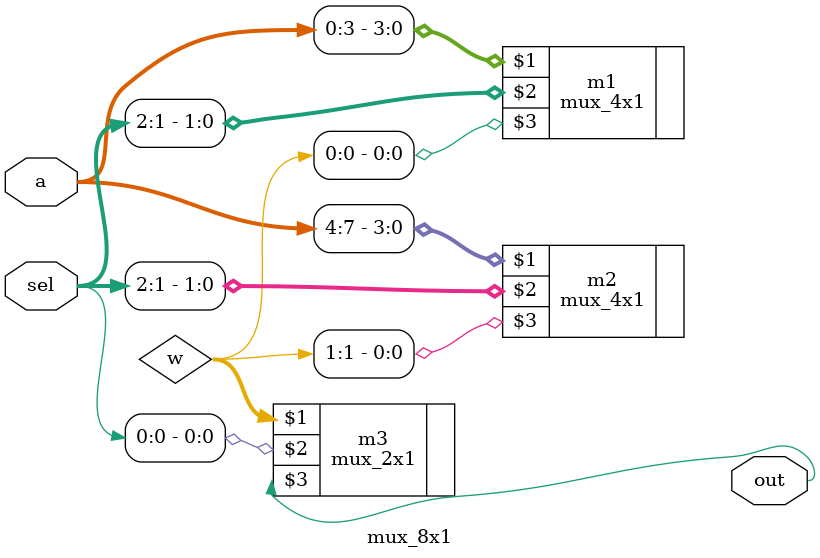
<source format=v>

module mux_8x1(input [0:7] a,input [2:0] sel,output  out);

wire [0:1] w;

 mux_4x1 m1 (a[0:3],sel[2:1],w[0]);
 
 mux_4x1 m2 (a[4:7],sel[2:1],w[1]);
 
 mux_2x1 m3 (w[0:1],sel[0],out);
 
endmodule

</source>
